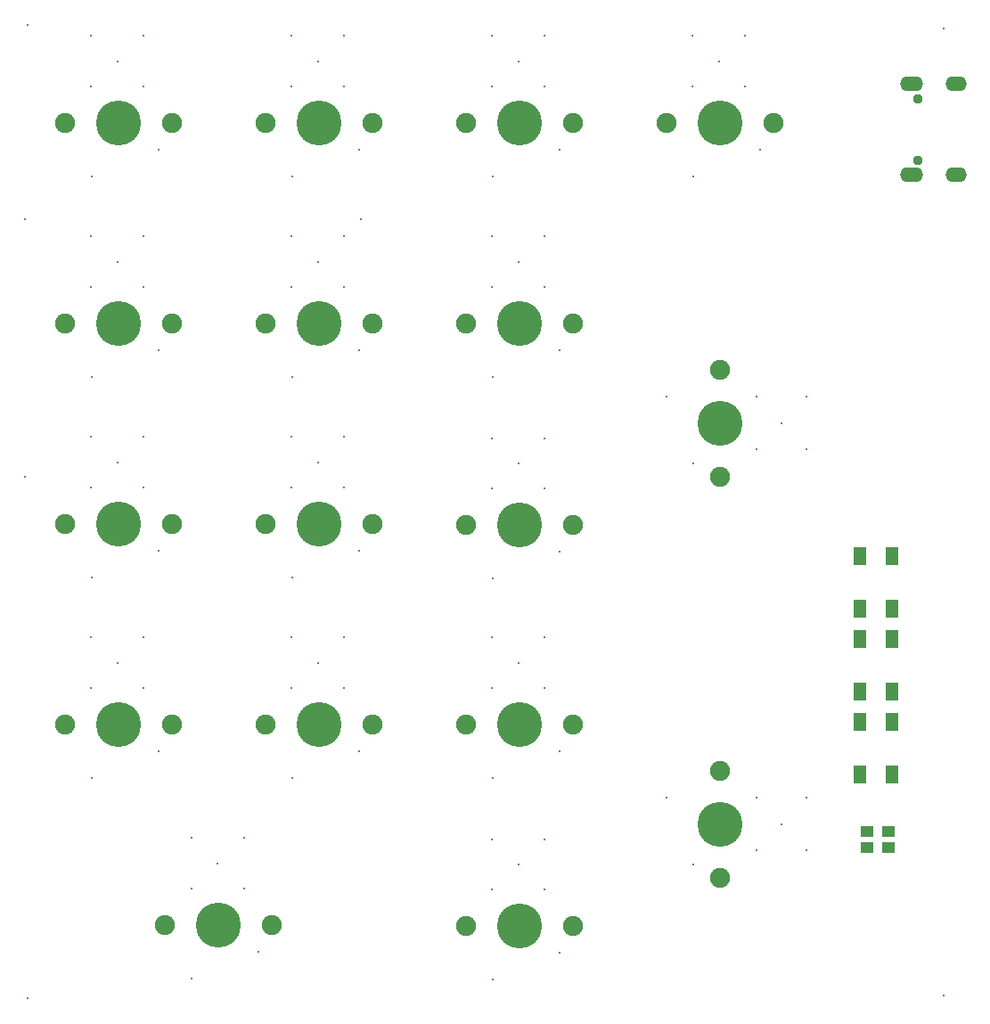
<source format=gts>
G04*
G04 #@! TF.GenerationSoftware,Altium Limited,Altium Designer,19.1.2 (11)*
G04*
G04 Layer_Color=8388736*
%FSLAX25Y25*%
%MOIN*%
G70*
G01*
G75*
%ADD15R,0.04737X0.06706*%
%ADD16R,0.04658X0.04461*%
%ADD17O,0.08674X0.05524*%
%ADD18O,0.07887X0.05524*%
%ADD19C,0.03753*%
%ADD20C,0.00800*%
%ADD21R,0.00800X0.00800*%
%ADD22C,0.16800*%
%ADD23C,0.07500*%
%ADD24R,0.00800X0.00800*%
D15*
X339905Y160158D02*
D03*
X328095D02*
D03*
Y179842D02*
D03*
X339905D02*
D03*
Y129157D02*
D03*
X328095D02*
D03*
Y148843D02*
D03*
X339905D02*
D03*
Y98158D02*
D03*
X328095D02*
D03*
Y117842D02*
D03*
X339905D02*
D03*
D16*
X330500Y70969D02*
D03*
Y77031D02*
D03*
X338500Y70969D02*
D03*
Y77031D02*
D03*
D17*
X347375Y356508D02*
D03*
Y322492D02*
D03*
D18*
X363831D02*
D03*
Y356508D02*
D03*
D19*
X349462Y328122D02*
D03*
Y350878D02*
D03*
D20*
X210100Y74000D02*
D03*
X190300D02*
D03*
Y55200D02*
D03*
X210100D02*
D03*
X190500Y21500D02*
D03*
X215500Y31500D02*
D03*
X97600Y74500D02*
D03*
X77800D02*
D03*
Y55700D02*
D03*
X97600D02*
D03*
X78000Y22000D02*
D03*
X103000Y32000D02*
D03*
X210100Y149500D02*
D03*
X190300D02*
D03*
Y130700D02*
D03*
X210100D02*
D03*
X190500Y97000D02*
D03*
X215500Y107000D02*
D03*
X135100Y149500D02*
D03*
X115300D02*
D03*
Y130700D02*
D03*
X135100D02*
D03*
X115500Y97000D02*
D03*
X140500Y107000D02*
D03*
X60100Y149500D02*
D03*
X40300D02*
D03*
Y130700D02*
D03*
X60100D02*
D03*
X40500Y97000D02*
D03*
X65500Y107000D02*
D03*
X210100Y224000D02*
D03*
X190300D02*
D03*
Y205200D02*
D03*
X210100D02*
D03*
X190500Y171500D02*
D03*
X215500Y181500D02*
D03*
X135100Y224500D02*
D03*
X115300D02*
D03*
Y205700D02*
D03*
X135100D02*
D03*
X115500Y172000D02*
D03*
X140500Y182000D02*
D03*
X60100Y224500D02*
D03*
X40300D02*
D03*
Y205700D02*
D03*
X60100D02*
D03*
X40500Y172000D02*
D03*
X65500Y182000D02*
D03*
X135100Y374500D02*
D03*
X115300D02*
D03*
Y355700D02*
D03*
X135100D02*
D03*
X115500Y322000D02*
D03*
X140500Y332000D02*
D03*
X210100Y299500D02*
D03*
X190300D02*
D03*
Y280700D02*
D03*
X210100D02*
D03*
X190500Y247000D02*
D03*
X215500Y257000D02*
D03*
X135100Y299500D02*
D03*
X115300D02*
D03*
Y280700D02*
D03*
X135100D02*
D03*
X115500Y247000D02*
D03*
X140500Y257000D02*
D03*
X60100Y299500D02*
D03*
X40300D02*
D03*
Y280700D02*
D03*
X60100D02*
D03*
X40500Y247000D02*
D03*
X65500Y257000D02*
D03*
X60100Y374500D02*
D03*
X40300D02*
D03*
Y355700D02*
D03*
X60100D02*
D03*
X40500Y322000D02*
D03*
X65500Y332000D02*
D03*
X308000Y219900D02*
D03*
Y239700D02*
D03*
X289200D02*
D03*
Y219900D02*
D03*
X255500Y239500D02*
D03*
X265500Y214500D02*
D03*
X308000Y69900D02*
D03*
Y89700D02*
D03*
X289200D02*
D03*
Y69900D02*
D03*
X255500Y89500D02*
D03*
X265500Y64500D02*
D03*
X359252Y377252D02*
D03*
X16500Y378500D02*
D03*
Y14500D02*
D03*
X359252Y15748D02*
D03*
X141220Y306000D02*
D03*
X15500D02*
D03*
Y209500D02*
D03*
X290500Y332000D02*
D03*
X265500Y322000D02*
D03*
X285100Y355700D02*
D03*
X265300D02*
D03*
Y374500D02*
D03*
X285100D02*
D03*
X215500Y332000D02*
D03*
X190500Y322000D02*
D03*
X210100Y355700D02*
D03*
X190300D02*
D03*
Y374500D02*
D03*
X210100D02*
D03*
D21*
X200200Y64500D02*
D03*
X87700Y65000D02*
D03*
X200200Y140000D02*
D03*
X125200D02*
D03*
X50200D02*
D03*
X200200Y214500D02*
D03*
X125200Y215000D02*
D03*
X50200D02*
D03*
X125200Y365000D02*
D03*
X200200Y290000D02*
D03*
X125200D02*
D03*
X50200D02*
D03*
Y365000D02*
D03*
X275200D02*
D03*
X200200D02*
D03*
D22*
X200500Y41500D02*
D03*
X88000Y42000D02*
D03*
X200500Y117000D02*
D03*
X125500D02*
D03*
X50500D02*
D03*
X200500Y191500D02*
D03*
X125500Y192000D02*
D03*
X50500D02*
D03*
X125500Y342000D02*
D03*
X200500Y267000D02*
D03*
X125500D02*
D03*
X50500D02*
D03*
Y342000D02*
D03*
X275500Y229500D02*
D03*
Y79500D02*
D03*
Y342000D02*
D03*
X200500D02*
D03*
D23*
X220500Y41500D02*
D03*
X180500D02*
D03*
X108000Y42000D02*
D03*
X68000D02*
D03*
X220500Y117000D02*
D03*
X180500D02*
D03*
X145500D02*
D03*
X105500D02*
D03*
X70500D02*
D03*
X30500D02*
D03*
X220500Y191500D02*
D03*
X180500D02*
D03*
X145500Y192000D02*
D03*
X105500D02*
D03*
X70500D02*
D03*
X30500D02*
D03*
X145500Y342000D02*
D03*
X105500D02*
D03*
X220500Y267000D02*
D03*
X180500D02*
D03*
X145500D02*
D03*
X105500D02*
D03*
X70500D02*
D03*
X30500D02*
D03*
X70500Y342000D02*
D03*
X30500D02*
D03*
X275500Y209500D02*
D03*
Y249500D02*
D03*
Y59500D02*
D03*
Y99500D02*
D03*
X255500Y342000D02*
D03*
X295500D02*
D03*
X180500D02*
D03*
X220500D02*
D03*
D24*
X298500Y229800D02*
D03*
Y79800D02*
D03*
M02*

</source>
